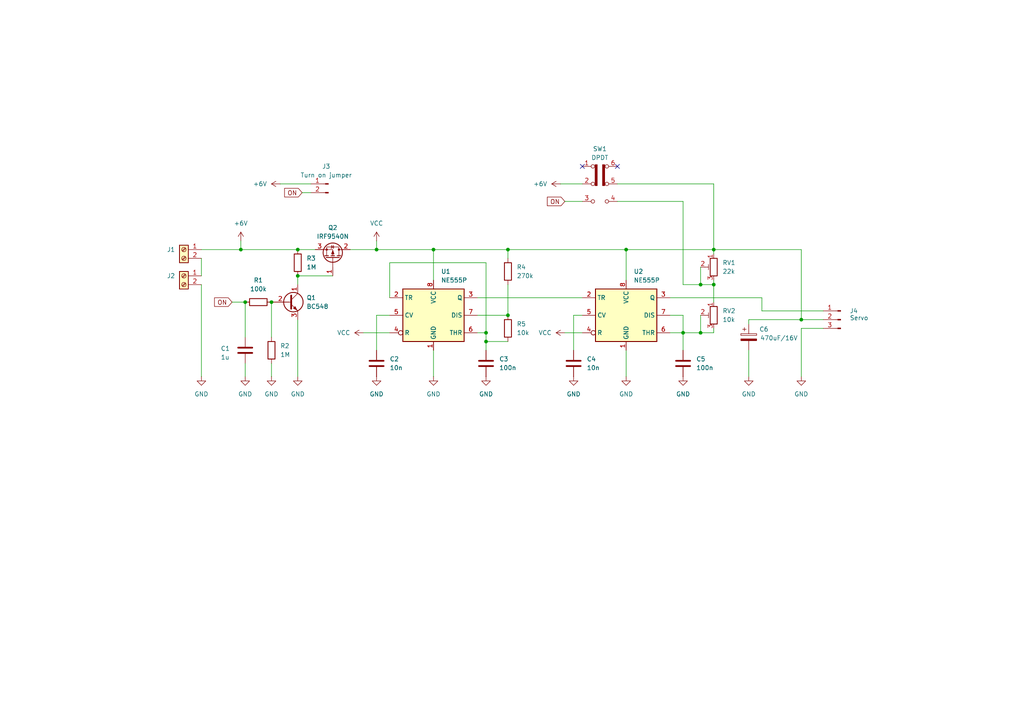
<source format=kicad_sch>
(kicad_sch (version 20231120) (generator "eeschema") (generator_version "8.0")
  (paper "A4")
  (title_block (title "NE555 useless box") (date "2024-12-30") (rev "1") (company "www.elektrokrouzek.cz"))
  (lib_symbols
    (symbol "Connector:Conn_01x02_Pin" (pin_names (offset 1.016) hide)
      (property "Reference" "J" (at 0 2.54 0))
      (property "Value" "Conn_01x02_Pin" (at 0 -5.08 0))
      (symbol "Conn_01x02_Pin_1_1"
        (polyline (pts (xy 1.27 -2.54) (xy 0.8636 -2.54)) (stroke (width 0.1524)))
        (polyline (pts (xy 1.27 0) (xy 0.8636 0)) (stroke (width 0.1524)))
        (rectangle (start 0.8636 -2.413) (end 0 -2.667) (stroke (width 0.1524)) (fill (type outline)))
        (rectangle (start 0.8636 0.127) (end 0 -0.127) (stroke (width 0.1524)) (fill (type outline)))
        (pin passive line (at 5.08 0 180) (length 3.81) (name "Pin_1") (number "1"))
        (pin passive line (at 5.08 -2.54 180) (length 3.81) (name "Pin_2") (number "2"))
      )
    )
    (symbol "Connector:Conn_01x03_Pin" (pin_names (offset 1.016) hide)
      (property "Reference" "J" (at 0 5.08 0))
      (property "Value" "Conn_01x03_Pin" (at 0 -5.08 0))
      (symbol "Conn_01x03_Pin_1_1"
        (polyline (pts (xy 1.27 -2.54) (xy 0.8636 -2.54)) (stroke (width 0.1524)))
        (polyline (pts (xy 1.27 0) (xy 0.8636 0)) (stroke (width 0.1524)))
        (polyline (pts (xy 1.27 2.54) (xy 0.8636 2.54)) (stroke (width 0.1524)))
        (rectangle (start 0.8636 -2.413) (end 0 -2.667) (stroke (width 0.1524)) (fill (type outline)))
        (rectangle (start 0.8636 0.127) (end 0 -0.127) (stroke (width 0.1524)) (fill (type outline)))
        (rectangle (start 0.8636 2.667) (end 0 2.413) (stroke (width 0.1524)) (fill (type outline)))
        (pin passive line (at 5.08 2.54 180) (length 3.81) (name "Pin_1") (number "1"))
        (pin passive line (at 5.08 0 180) (length 3.81) (name "Pin_2") (number "2"))
        (pin passive line (at 5.08 -2.54 180) (length 3.81) (name "Pin_3") (number "3"))
      )
    )
    (symbol "Connector:Screw_Terminal_01x02" (pin_names (offset 1.016) hide)
      (property "Reference" "J" (at 0 2.54 0))
      (property "Value" "Screw_Terminal_01x02" (at 0 -5.08 0))
      (symbol "Screw_Terminal_01x02_1_1"
        (rectangle (start -1.27 1.27) (end 1.27 -3.81) (stroke (width 0.254)) (fill (type background)))
        (circle (center 0 -2.54) (radius 0.635) (stroke (width 0.1524)))
        (polyline (pts (xy -0.5334 -2.2098) (xy 0.3302 -3.048)) (stroke (width 0.1524)))
        (polyline (pts (xy -0.5334 0.3302) (xy 0.3302 -0.508)) (stroke (width 0.1524)))
        (polyline (pts (xy -0.3556 -2.032) (xy 0.508 -2.8702)) (stroke (width 0.1524)))
        (polyline (pts (xy -0.3556 0.508) (xy 0.508 -0.3302)) (stroke (width 0.1524)))
        (circle (center 0 0) (radius 0.635) (stroke (width 0.1524)))
        (pin passive line (at -5.08 0 0) (length 3.81) (name "Pin_1") (number "1"))
        (pin passive line (at -5.08 -2.54 0) (length 3.81) (name "Pin_2") (number "2"))
      )
    )
    (symbol "Device:C" (pin_numbers hide) (pin_names (offset 0.254))
      (property "Reference" "C" (at 0.635 2.54 0))
      (property "Value" "C" (at 0.635 -2.54 0))
      (symbol "C_0_1"
        (polyline (pts (xy -2.032 -0.762) (xy 2.032 -0.762)) (stroke (width 0.508)))
        (polyline (pts (xy -2.032 0.762) (xy 2.032 0.762)) (stroke (width 0.508)))
      )
      (symbol "C_1_1"
        (pin passive line (at 0 3.81 270) (length 2.794) (name "~") (number "1"))
        (pin passive line (at 0 -3.81 90) (length 2.794) (name "~") (number "2"))
      )
    )
    (symbol "Device:C_Polarized" (pin_numbers hide) (pin_names (offset 0.254))
      (property "Reference" "C" (at 0.635 2.54 0))
      (property "Value" "C_Polarized" (at 0.635 -2.54 0))
      (symbol "C_Polarized_0_1"
        (rectangle (start -2.286 0.508) (end 2.286 1.016))
        (polyline (pts (xy -1.778 2.286) (xy -0.762 2.286)))
        (polyline (pts (xy -1.27 2.794) (xy -1.27 1.778)))
        (rectangle (start 2.286 -0.508) (end -2.286 -1.016) (fill (type outline)))
      )
      (symbol "C_Polarized_1_1"
        (pin passive line (at 0 3.81 270) (length 2.794) (name "~") (number "1"))
        (pin passive line (at 0 -3.81 90) (length 2.794) (name "~") (number "2"))
      )
    )
    (symbol "Device:R" (pin_numbers hide) (pin_names (offset 0))
      (property "Reference" "R" (at 2.032 0 90))
      (property "Value" "R" (at 0 0 90))
      (symbol "R_0_1"
        (rectangle (start -1.016 -2.54) (end 1.016 2.54) (stroke (width 0.254)))
      )
      (symbol "R_1_1"
        (pin passive line (at 0 3.81 270) (length 1.27) (name "~") (number "1"))
        (pin passive line (at 0 -3.81 90) (length 1.27) (name "~") (number "2"))
      )
    )
    (symbol "Device:R_Potentiometer_Trim" (pin_names (offset 1.016) hide)
      (property "Reference" "RV" (at -4.445 0 90))
      (property "Value" "R_Potentiometer_Trim" (at -2.54 0 90))
      (symbol "R_Potentiometer_Trim_0_1"
        (polyline (pts (xy 1.524 0.762) (xy 1.524 -0.762)))
        (polyline (pts (xy 2.54 0) (xy 1.524 0)))
        (rectangle (start 1.016 2.54) (end -1.016 -2.54) (stroke (width 0.254)))
      )
      (symbol "R_Potentiometer_Trim_1_1"
        (pin passive line (at 0 3.81 270) (length 1.27) (name "1") (number "1"))
        (pin passive line (at 3.81 0 180) (length 1.27) (name "2") (number "2"))
        (pin passive line (at 0 -3.81 90) (length 1.27) (name "3") (number "3"))
      )
    )
    (symbol "Switch:SW_Slide_DPDT" (pin_names (offset 0) hide)
      (property "Reference" "SW" (at 0 6.858 0))
      (property "Value" "SW_Slide_DPDT" (at 0 -8.128 0))
      (symbol "SW_Slide_DPDT_0_0"
        (circle (center -2.032 -5.08) (radius 0.508))
        (circle (center -2.032 5.08) (radius 0.508))
        (circle (center 2.032 -5.08) (radius 0.508))
        (circle (center 2.032 0) (radius 0.508))
      )
      (symbol "SW_Slide_DPDT_0_1"
        (circle (center -2.032 0) (radius 0.508))
        (circle (center 2.032 5.08) (radius 0.508))
      )
      (symbol "SW_Slide_DPDT_1_1"
        (rectangle (start -1.397 5.588) (end -0.762 -0.508) (fill (type outline)))
        (rectangle (start 0.762 5.588) (end 1.397 -0.508) (fill (type outline)))
        (pin passive line (at -5.08 5.08 0) (length 2.54) (name "A") (number "1"))
        (pin passive line (at -5.08 0 0) (length 2.54) (name "B") (number "2"))
        (pin passive line (at -5.08 -5.08 0) (length 2.54) (name "C") (number "3"))
        (pin passive line (at 5.08 -5.08 180) (length 2.54) (name "A") (number "4"))
        (pin passive line (at 5.08 0 180) (length 2.54) (name "B") (number "5"))
        (pin passive line (at 5.08 5.08 180) (length 2.54) (name "C") (number "6"))
      )
    )
    (symbol "Timer:NE555P"
      (property "Reference" "U" (at -10.16 8.89 0))
      (property "Value" "NE555P" (at 2.54 8.89 0))
      (symbol "NE555P_0_0"
        (pin power_in line (at 0 -10.16 90) (length 2.54) (name "GND") (number "1"))
        (pin power_in line (at 0 10.16 270) (length 2.54) (name "VCC") (number "8"))
      )
      (symbol "NE555P_0_1"
        (rectangle (start -8.89 -7.62) (end 8.89 7.62) (stroke (width 0.254)) (fill (type background)))
        (rectangle (start -8.89 -7.62) (end 8.89 7.62) (stroke (width 0.254)) (fill (type background)))
      )
      (symbol "NE555P_1_1"
        (pin input line (at -12.7 5.08 0) (length 3.81) (name "TR") (number "2"))
        (pin output line (at 12.7 5.08 180) (length 3.81) (name "Q") (number "3"))
        (pin input inverted (at -12.7 -5.08 0) (length 3.81) (name "R") (number "4"))
        (pin input line (at -12.7 0 0) (length 3.81) (name "CV") (number "5"))
        (pin input line (at 12.7 -5.08 180) (length 3.81) (name "THR") (number "6"))
        (pin input line (at 12.7 0 180) (length 3.81) (name "DIS") (number "7"))
      )
    )
    (symbol "Transistor_BJT:BC548" (pin_names (offset 0) hide)
      (property "Reference" "Q" (at 5.08 1.905 0))
      (property "Value" "BC548" (at 5.08 0 0))
      (symbol "BC548_0_1"
        (polyline (pts (xy 0 0) (xy 0.635 0)))
        (polyline (pts (xy 0.635 0.635) (xy 2.54 2.54)))
        (polyline (pts (xy 0.635 -0.635) (xy 2.54 -2.54) (xy 2.54 -2.54)))
        (polyline (pts (xy 0.635 1.905) (xy 0.635 -1.905) (xy 0.635 -1.905)) (stroke (width 0.508)))
        (polyline (pts (xy 1.27 -1.778) (xy 1.778 -1.27) (xy 2.286 -2.286) (xy 1.27 -1.778) (xy 1.27 -1.778)) (fill (type outline)))
        (circle (center 1.27 0) (radius 2.8194) (stroke (width 0.254)))
      )
      (symbol "BC548_1_1"
        (pin passive line (at 2.54 5.08 270) (length 2.54) (name "C") (number "1"))
        (pin input line (at -5.08 0 0) (length 5.08) (name "B") (number "2"))
        (pin passive line (at 2.54 -5.08 90) (length 2.54) (name "E") (number "3"))
      )
    )
    (symbol "Transistor_FET:IRF9540N" (pin_names hide)
      (property "Reference" "Q" (at 5.08 1.905 0))
      (property "Value" "IRF9540N" (at 5.08 0 0))
      (symbol "IRF9540N_0_1"
        (polyline (pts (xy 0.254 0) (xy -2.54 0)))
        (polyline (pts (xy 0.254 1.905) (xy 0.254 -1.905)) (stroke (width 0.254)))
        (polyline (pts (xy 0.762 -1.27) (xy 0.762 -2.286)) (stroke (width 0.254)))
        (polyline (pts (xy 0.762 0.508) (xy 0.762 -0.508)) (stroke (width 0.254)))
        (polyline (pts (xy 0.762 2.286) (xy 0.762 1.27)) (stroke (width 0.254)))
        (polyline (pts (xy 2.54 2.54) (xy 2.54 1.778)))
        (polyline (pts (xy 2.54 -2.54) (xy 2.54 0) (xy 0.762 0)))
        (polyline (pts (xy 0.762 1.778) (xy 3.302 1.778) (xy 3.302 -1.778) (xy 0.762 -1.778)))
        (polyline (pts (xy 2.286 0) (xy 1.27 0.381) (xy 1.27 -0.381) (xy 2.286 0)) (fill (type outline)))
        (polyline (pts (xy 2.794 -0.508) (xy 2.921 -0.381) (xy 3.683 -0.381) (xy 3.81 -0.254)))
        (polyline (pts (xy 3.302 -0.381) (xy 2.921 0.254) (xy 3.683 0.254) (xy 3.302 -0.381)))
        (circle (center 1.651 0) (radius 2.794) (stroke (width 0.254)))
        (circle (center 2.54 -1.778) (radius 0.254) (fill (type outline)))
        (circle (center 2.54 1.778) (radius 0.254) (fill (type outline)))
      )
      (symbol "IRF9540N_1_1"
        (pin input line (at -5.08 0 0) (length 2.54) (name "G") (number "1"))
        (pin passive line (at 2.54 5.08 270) (length 2.54) (name "D") (number "2"))
        (pin passive line (at 2.54 -5.08 90) (length 2.54) (name "S") (number "3"))
      )
    )
    (symbol "power:+6V" (power) (pin_numbers hide) (pin_names (offset 0) hide)
      (property "Value" "+6V" (at 0 3.556 0))
      (symbol "+6V_0_1"
        (polyline (pts (xy -0.762 1.27) (xy 0 2.54)))
        (polyline (pts (xy 0 0) (xy 0 2.54)))
        (polyline (pts (xy 0 2.54) (xy 0.762 1.27)))
      )
      (symbol "+6V_1_1"
        (pin power_in line (at 0 0 90) (length 0) (name "~") (number "1"))
      )
    )
    (symbol "power:GND" (power) (pin_numbers hide) (pin_names (offset 0) hide)
      (property "Value" "GND" (at 0 -3.81 0))
      (symbol "GND_0_1"
        (polyline (pts (xy 0 0) (xy 0 -1.27) (xy 1.27 -1.27) (xy 0 -2.54) (xy -1.27 -1.27) (xy 0 -1.27)))
      )
      (symbol "GND_1_1"
        (pin power_in line (at 0 0 270) (length 0) (name "~") (number "1"))
      )
    )
    (symbol "power:VCC" (power) (pin_numbers hide) (pin_names (offset 0) hide)
      (property "Value" "VCC" (at 0 3.556 0))
      (symbol "VCC_0_1"
        (polyline (pts (xy -0.762 1.27) (xy 0 2.54)))
        (polyline (pts (xy 0 0) (xy 0 2.54)))
        (polyline (pts (xy 0 2.54) (xy 0.762 1.27)))
      )
      (symbol "VCC_1_1"
        (pin power_in line (at 0 0 90) (length 0) (name "~") (number "1"))
      )
    )
  )
  (junction (at 125.73 72.39))
  (junction (at 203.2 96.52))
  (junction (at 198.12 96.52))
  (junction (at 207.01 82.55))
  (junction (at 86.36 80.01))
  (junction (at 109.22 72.39))
  (junction (at 207.01 72.39))
  (junction (at 71.12 87.63))
  (junction (at 147.32 72.39))
  (junction (at 203.2 82.55))
  (junction (at 147.32 91.44))
  (junction (at 181.61 72.39))
  (junction (at 232.41 92.71))
  (junction (at 86.36 72.39))
  (junction (at 140.97 99.06))
  (junction (at 69.85 72.39))
  (junction (at 140.97 96.52))
  (junction (at 78.74 87.63))
  (no_connect (at 168.91 48.26))
  (no_connect (at 179.07 48.26))
  (wire (pts (xy 113.03 91.44) (xy 109.22 91.44)))
  (wire (pts (xy 220.98 90.17) (xy 220.98 86.36)))
  (wire (pts (xy 181.61 72.39) (xy 207.01 72.39)))
  (wire (pts (xy 78.74 87.63) (xy 78.74 97.79)))
  (wire (pts (xy 86.36 80.01) (xy 86.36 82.55)))
  (wire (pts (xy 147.32 82.55) (xy 147.32 91.44)))
  (wire (pts (xy 232.41 95.25) (xy 232.41 109.22)))
  (wire (pts (xy 207.01 95.25) (xy 207.01 96.52)))
  (wire (pts (xy 198.12 96.52) (xy 198.12 101.6)))
  (wire (pts (xy 58.42 82.55) (xy 58.42 109.22)))
  (wire (pts (xy 138.43 91.44) (xy 147.32 91.44)))
  (wire (pts (xy 140.97 96.52) (xy 138.43 96.52)))
  (wire (pts (xy 194.31 96.52) (xy 198.12 96.52)))
  (wire (pts (xy 113.03 86.36) (xy 113.03 76.2)))
  (wire (pts (xy 238.76 90.17) (xy 220.98 90.17)))
  (wire (pts (xy 105.41 96.52) (xy 113.03 96.52)))
  (wire (pts (xy 140.97 99.06) (xy 147.32 99.06)))
  (wire (pts (xy 86.36 80.01) (xy 96.52 80.01)))
  (wire (pts (xy 207.01 72.39) (xy 232.41 72.39)))
  (wire (pts (xy 198.12 91.44) (xy 198.12 96.52)))
  (wire (pts (xy 101.6 72.39) (xy 109.22 72.39)))
  (wire (pts (xy 220.98 86.36) (xy 194.31 86.36)))
  (wire (pts (xy 140.97 96.52) (xy 140.97 99.06)))
  (wire (pts (xy 125.73 101.6) (xy 125.73 109.22)))
  (wire (pts (xy 58.42 74.93) (xy 58.42 80.01)))
  (wire (pts (xy 147.32 74.93) (xy 147.32 72.39)))
  (wire (pts (xy 207.01 87.63) (xy 207.01 82.55)))
  (wire (pts (xy 109.22 91.44) (xy 109.22 101.6)))
  (wire (pts (xy 81.28 53.34) (xy 90.17 53.34)))
  (wire (pts (xy 194.31 91.44) (xy 198.12 91.44)))
  (wire (pts (xy 207.01 53.34) (xy 207.01 72.39)))
  (wire (pts (xy 203.2 96.52) (xy 207.01 96.52)))
  (wire (pts (xy 238.76 95.25) (xy 232.41 95.25)))
  (wire (pts (xy 181.61 72.39) (xy 147.32 72.39)))
  (wire (pts (xy 238.76 92.71) (xy 232.41 92.71)))
  (wire (pts (xy 162.56 53.34) (xy 168.91 53.34)))
  (wire (pts (xy 181.61 72.39) (xy 181.61 81.28)))
  (wire (pts (xy 232.41 92.71) (xy 232.41 72.39)))
  (wire (pts (xy 168.91 91.44) (xy 166.37 91.44)))
  (wire (pts (xy 69.85 69.85) (xy 69.85 72.39)))
  (wire (pts (xy 87.63 55.88) (xy 90.17 55.88)))
  (wire (pts (xy 198.12 82.55) (xy 203.2 82.55)))
  (wire (pts (xy 181.61 101.6) (xy 181.61 109.22)))
  (wire (pts (xy 138.43 86.36) (xy 168.91 86.36)))
  (wire (pts (xy 86.36 92.71) (xy 86.36 109.22)))
  (wire (pts (xy 78.74 105.41) (xy 78.74 109.22)))
  (wire (pts (xy 69.85 72.39) (xy 86.36 72.39)))
  (wire (pts (xy 125.73 72.39) (xy 125.73 81.28)))
  (wire (pts (xy 71.12 105.41) (xy 71.12 109.22)))
  (wire (pts (xy 113.03 76.2) (xy 140.97 76.2)))
  (wire (pts (xy 179.07 58.42) (xy 198.12 58.42)))
  (wire (pts (xy 109.22 72.39) (xy 125.73 72.39)))
  (wire (pts (xy 163.83 58.42) (xy 168.91 58.42)))
  (wire (pts (xy 203.2 82.55) (xy 207.01 82.55)))
  (wire (pts (xy 71.12 87.63) (xy 71.12 97.79)))
  (wire (pts (xy 217.17 101.6) (xy 217.17 109.22)))
  (wire (pts (xy 203.2 77.47) (xy 203.2 82.55)))
  (wire (pts (xy 203.2 91.44) (xy 203.2 96.52)))
  (wire (pts (xy 140.97 76.2) (xy 140.97 96.52)))
  (wire (pts (xy 198.12 96.52) (xy 203.2 96.52)))
  (wire (pts (xy 86.36 72.39) (xy 91.44 72.39)))
  (wire (pts (xy 217.17 93.98) (xy 217.17 92.71)))
  (wire (pts (xy 207.01 82.55) (xy 207.01 81.28)))
  (wire (pts (xy 163.83 96.52) (xy 168.91 96.52)))
  (wire (pts (xy 217.17 92.71) (xy 232.41 92.71)))
  (wire (pts (xy 58.42 72.39) (xy 69.85 72.39)))
  (wire (pts (xy 166.37 91.44) (xy 166.37 101.6)))
  (wire (pts (xy 179.07 53.34) (xy 207.01 53.34)))
  (wire (pts (xy 67.31 87.63) (xy 71.12 87.63)))
  (wire (pts (xy 198.12 58.42) (xy 198.12 82.55)))
  (wire (pts (xy 147.32 72.39) (xy 125.73 72.39)))
  (wire (pts (xy 109.22 72.39) (xy 109.22 69.85)))
  (wire (pts (xy 207.01 72.39) (xy 207.01 73.66)))
  (wire (pts (xy 140.97 99.06) (xy 140.97 101.6)))
  (global_label "ON" (shape input) (at 67.31 87.63 180) (property "Intersheetrefs" "${INTERSHEET_REFS}" (effects (hide yes))))
  (global_label "ON" (shape input) (at 87.63 55.88 180) (property "Intersheetrefs" "${INTERSHEET_REFS}" (effects (hide yes))))
  (global_label "ON" (shape input) (at 163.83 58.42 180) (property "Intersheetrefs" "${INTERSHEET_REFS}" (effects (hide yes))))
  (symbol (lib_id "power:GND") (at 232.41 109.22 0) (unit 1)
    (property "Reference" "#PWR018" (effects (hide yes)))
    (property "Value" "GND" (at 232.41 114.3 0))
    (property "Description" "Power symbol creates a global label with name \"GND\" , ground" (effects (hide yes)))
  )
  (symbol (lib_id "power:GND") (at 140.97 109.22 0) (unit 1)
    (property "Reference" "#PWR011" (effects (hide yes)))
    (property "Value" "GND" (at 140.97 114.3 0))
    (property "Description" "Power symbol creates a global label with name \"GND\" , ground" (effects (hide yes)))
  )
  (symbol (lib_id "Device:C") (at 140.97 105.41 0) (unit 1)
    (property "Reference" "C3" (at 144.78 104.1399 0) (effects (justify left)))
    (property "Value" "100n" (at 144.78 106.6799 0) (effects (justify left)))
    (property "Footprint" "Capacitor_THT:C_Disc_D4.3mm_W1.9mm_P5.00mm" (effects (hide yes)))
    (property "Description" "Unpolarized capacitor" (effects (hide yes)))
  )
  (symbol (lib_id "Device:C") (at 166.37 105.41 0) (unit 1)
    (property "Reference" "C4" (at 170.18 104.1399 0) (effects (justify left)))
    (property "Value" "10n" (at 170.18 106.6799 0) (effects (justify left)))
    (property "Footprint" "Capacitor_THT:C_Disc_D4.3mm_W1.9mm_P5.00mm" (effects (hide yes)))
    (property "Description" "Unpolarized capacitor" (effects (hide yes)))
  )
  (symbol (lib_id "Device:R_Potentiometer_Trim") (at 207.01 91.44 0) (mirror y) (unit 1)
    (property "Reference" "RV2" (at 209.55 90.1699 0) (effects (justify right)))
    (property "Value" "10k" (at 209.55 92.7099 0) (effects (justify right)))
    (property "Footprint" "Potentiometer_THT:Potentiometer_Runtron_RM-065_Vertical" (effects (hide yes)))
    (property "Description" "Trim-potentiometer" (effects (hide yes)))
  )
  (symbol (lib_id "Device:C") (at 109.22 105.41 0) (unit 1)
    (property "Reference" "C2" (at 113.03 104.1399 0) (effects (justify left)))
    (property "Value" "10n" (at 113.03 106.6799 0) (effects (justify left)))
    (property "Footprint" "Capacitor_THT:C_Disc_D4.3mm_W1.9mm_P5.00mm" (effects (hide yes)))
    (property "Description" "Unpolarized capacitor" (effects (hide yes)))
  )
  (symbol (lib_id "Connector:Screw_Terminal_01x02") (at 53.34 72.39 0) (mirror y) (unit 1)
    (property "Reference" "J1" (at 50.8 72.3899 0) (effects (justify left)))
    (property "Value" "Screw_Terminal_01x02" (effects (hide yes)))
    (property "Footprint" "TerminalBlock_RND:TerminalBlock_RND_205-00001_1x02_P5.00mm_Horizontal" (effects (hide yes)))
    (property "Description" "Generic screw terminal, single row, 01x02, script generated (kicad-library-utils/schlib/autogen/connector/)" (effects (hide yes)))
  )
  (symbol (lib_id "Device:R") (at 147.32 78.74 0) (unit 1)
    (property "Reference" "R4" (at 149.86 77.4699 0) (effects (justify left)))
    (property "Value" "270k" (at 149.86 80.0099 0) (effects (justify left)))
    (property "Footprint" "Resistor_THT:R_Axial_DIN0207_L6.3mm_D2.5mm_P7.62mm_Horizontal" (effects (hide yes)))
    (property "Description" "Resistor" (effects (hide yes)))
  )
  (symbol (lib_id "power:VCC") (at 163.83 96.52 90) (unit 1)
    (property "Reference" "#PWR013" (effects (hide yes)))
    (property "Value" "VCC" (at 160.02 96.5199 90) (effects (justify left)))
    (property "Description" "Power symbol creates a global label with name \"VCC\"" (effects (hide yes)))
  )
  (symbol (lib_id "power:+6V") (at 69.85 69.85 0) (unit 1)
    (property "Reference" "#PWR02" (effects (hide yes)))
    (property "Value" "+6V" (at 69.85 64.77 0))
    (property "Description" "Power symbol creates a global label with name \"+6V\"" (effects (hide yes)))
  )
  (symbol (lib_id "power:VCC") (at 105.41 96.52 90) (unit 1)
    (property "Reference" "#PWR07" (effects (hide yes)))
    (property "Value" "VCC" (at 101.6 96.5199 90) (effects (justify left)))
    (property "Description" "Power symbol creates a global label with name \"VCC\"" (effects (hide yes)))
  )
  (symbol (lib_id "power:GND") (at 71.12 109.22 0) (unit 1)
    (property "Reference" "#PWR03" (effects (hide yes)))
    (property "Value" "GND" (at 71.12 114.3 0))
    (property "Description" "Power symbol creates a global label with name \"GND\" , ground" (effects (hide yes)))
  )
  (symbol (lib_id "power:GND") (at 217.17 109.22 0) (unit 1)
    (property "Reference" "#PWR017" (effects (hide yes)))
    (property "Value" "GND" (at 217.17 114.3 0))
    (property "Description" "Power symbol creates a global label with name \"GND\" , ground" (effects (hide yes)))
  )
  (symbol (lib_id "Switch:SW_Slide_DPDT") (at 173.99 53.34 0) (unit 1)
    (property "Reference" "SW1" (at 173.99 43.18 0))
    (property "Value" "DPDT" (at 173.99 45.72 0))
    (property "Footprint" "Button_Switch_THT:SW_CK_JS202011CQN_DPDT_Straight" (effects (hide yes)))
    (property "Description" "Slide Switch, dual pole double throw" (effects (hide yes)))
  )
  (symbol (lib_id "Device:R_Potentiometer_Trim") (at 207.01 77.47 0) (mirror y) (unit 1)
    (property "Reference" "RV1" (at 209.55 76.1999 0) (effects (justify right)))
    (property "Value" "22k" (at 209.55 78.7399 0) (effects (justify right)))
    (property "Footprint" "Potentiometer_THT:Potentiometer_Runtron_RM-065_Vertical" (effects (hide yes)))
    (property "Description" "Trim-potentiometer" (effects (hide yes)))
  )
  (symbol (lib_id "power:GND") (at 125.73 109.22 0) (unit 1)
    (property "Reference" "#PWR010" (effects (hide yes)))
    (property "Value" "GND" (at 125.73 114.3 0))
    (property "Description" "Power symbol creates a global label with name \"GND\" , ground" (effects (hide yes)))
  )
  (symbol (lib_id "power:GND") (at 58.42 109.22 0) (unit 1)
    (property "Reference" "#PWR01" (effects (hide yes)))
    (property "Value" "GND" (at 58.42 114.3 0))
    (property "Description" "Power symbol creates a global label with name \"GND\" , ground" (effects (hide yes)))
  )
  (symbol (lib_id "Device:R") (at 86.36 76.2 0) (unit 1)
    (property "Reference" "R3" (at 88.9 74.9299 0) (effects (justify left)))
    (property "Value" "1M" (at 88.9 77.4699 0) (effects (justify left)))
    (property "Footprint" "Resistor_THT:R_Axial_DIN0207_L6.3mm_D2.5mm_P7.62mm_Horizontal" (effects (hide yes)))
    (property "Description" "Resistor" (effects (hide yes)))
  )
  (symbol (lib_id "Device:R") (at 78.74 101.6 0) (unit 1)
    (property "Reference" "R2" (at 81.28 100.3299 0) (effects (justify left)))
    (property "Value" "1M" (at 81.28 102.8699 0) (effects (justify left)))
    (property "Footprint" "Resistor_THT:R_Axial_DIN0207_L6.3mm_D2.5mm_P7.62mm_Horizontal" (effects (hide yes)))
    (property "Description" "Resistor" (effects (hide yes)))
  )
  (symbol (lib_id "power:+6V") (at 162.56 53.34 90) (unit 1)
    (property "Reference" "#PWR012" (effects (hide yes)))
    (property "Value" "+6V" (at 158.75 53.3399 90) (effects (justify left)))
    (property "Description" "Power symbol creates a global label with name \"+6V\"" (effects (hide yes)))
  )
  (symbol (lib_id "power:+6V") (at 81.28 53.34 90) (unit 1)
    (property "Reference" "#PWR05" (effects (hide yes)))
    (property "Value" "+6V" (at 77.47 53.3399 90) (effects (justify left)))
    (property "Description" "Power symbol creates a global label with name \"+6V\"" (effects (hide yes)))
  )
  (symbol (lib_id "Timer:NE555P") (at 181.61 91.44 0) (unit 1)
    (property "Reference" "U2" (at 183.8041 78.74 0) (effects (justify left)))
    (property "Value" "NE555P" (at 183.8041 81.28 0) (effects (justify left)))
    (property "Footprint" "Package_DIP:DIP-8_W7.62mm" (effects (hide yes)))
    (property "Datasheet" "http://www.ti.com/lit/ds/symlink/ne555.pdf" (effects (hide yes)))
    (property "Description" "Precision Timers, 555 compatible,  PDIP-8" (effects (hide yes)))
  )
  (symbol (lib_id "Device:C") (at 198.12 105.41 0) (unit 1)
    (property "Reference" "C5" (at 201.93 104.1399 0) (effects (justify left)))
    (property "Value" "100n" (at 201.93 106.6799 0) (effects (justify left)))
    (property "Footprint" "Capacitor_THT:C_Disc_D4.3mm_W1.9mm_P5.00mm" (effects (hide yes)))
    (property "Description" "Unpolarized capacitor" (effects (hide yes)))
  )
  (symbol (lib_id "power:GND") (at 166.37 109.22 0) (unit 1)
    (property "Reference" "#PWR014" (effects (hide yes)))
    (property "Value" "GND" (at 166.37 114.3 0))
    (property "Description" "Power symbol creates a global label with name \"GND\" , ground" (effects (hide yes)))
  )
  (symbol (lib_id "Timer:NE555P") (at 125.73 91.44 0) (unit 1)
    (property "Reference" "U1" (at 127.9241 78.74 0) (effects (justify left)))
    (property "Value" "NE555P" (at 127.9241 81.28 0) (effects (justify left)))
    (property "Footprint" "Package_DIP:DIP-8_W7.62mm" (effects (hide yes)))
    (property "Datasheet" "http://www.ti.com/lit/ds/symlink/ne555.pdf" (effects (hide yes)))
    (property "Description" "Precision Timers, 555 compatible,  PDIP-8" (effects (hide yes)))
  )
  (symbol (lib_id "Device:C") (at 71.12 101.6 180) (unit 1)
    (property "Reference" "C1" (at 64.008 101.092 0) (effects (justify right)))
    (property "Value" "1u" (at 64.008 103.632 0) (effects (justify right)))
    (property "Footprint" "Capacitor_THT:C_Disc_D4.3mm_W1.9mm_P5.00mm" (effects (hide yes)))
    (property "Description" "Unpolarized capacitor" (effects (hide yes)))
  )
  (symbol (lib_id "Device:R") (at 147.32 95.25 0) (unit 1)
    (property "Reference" "R5" (at 149.86 93.9799 0) (effects (justify left)))
    (property "Value" "10k" (at 149.86 96.5199 0) (effects (justify left)))
    (property "Footprint" "Resistor_THT:R_Axial_DIN0207_L6.3mm_D2.5mm_P7.62mm_Horizontal" (effects (hide yes)))
    (property "Description" "Resistor" (effects (hide yes)))
  )
  (symbol (lib_id "Device:C_Polarized") (at 217.17 97.79 0) (unit 1)
    (property "Reference" "C6" (at 220.218 95.504 0) (effects (justify left)))
    (property "Value" "470uF/16V" (at 220.472 98.044 0) (effects (justify left)))
    (property "Footprint" "Capacitor_THT:CP_Radial_D8.0mm_P3.50mm" (effects (hide yes)))
    (property "Description" "Polarized capacitor" (effects (hide yes)))
  )
  (symbol (lib_id "Connector:Conn_01x03_Pin") (at 243.84 92.71 0) (mirror y) (unit 1)
    (property "Reference" "J4" (at 247.65 90.17 0))
    (property "Value" "Servo" (at 249.174 92.202 0))
    (property "Footprint" "Connector_PinHeader_2.54mm:PinHeader_1x03_P2.54mm_Vertical" (effects (hide yes)))
    (property "Description" "Generic connector, single row, 01x03, script generated" (effects (hide yes)))
  )
  (symbol (lib_id "power:GND") (at 78.74 109.22 0) (unit 1)
    (property "Reference" "#PWR04" (effects (hide yes)))
    (property "Value" "GND" (at 78.74 114.3 0))
    (property "Description" "Power symbol creates a global label with name \"GND\" , ground" (effects (hide yes)))
  )
  (symbol (lib_id "Transistor_BJT:BC548") (at 83.82 87.63 0) (unit 1)
    (property "Reference" "Q1" (at 88.9 86.3599 0) (effects (justify left)))
    (property "Value" "BC548" (at 88.9 88.8999 0) (effects (justify left)))
    (property "Footprint" "Package_TO_SOT_THT:TO-92_Inline" (effects (hide yes)))
    (property "Datasheet" "https://www.onsemi.com/pub/Collateral/BC550-D.pdf" (effects (hide yes)))
    (property "Description" "0.1A Ic, 30V Vce, Small Signal NPN Transistor, TO-92" (effects (hide yes)))
  )
  (symbol (lib_id "Transistor_FET:IRF9540N") (at 96.52 74.93 270) (mirror x) (unit 1)
    (property "Reference" "Q2" (at 96.52 66.04 90))
    (property "Value" "IRF9540N" (at 96.52 68.58 90))
    (property "Footprint" "Package_TO_SOT_THT:TO-220-3_Vertical" (effects (hide yes)))
    (property "Datasheet" "http://www.irf.com/product-info/datasheets/data/irf9540n.pdf" (effects (hide yes)))
    (property "Description" "-23A Id, -100V Vds, 117mOhm Rds, P-Channel HEXFET Power MOSFET, TO-220" (effects (hide yes)))
  )
  (symbol (lib_id "Device:R") (at 74.93 87.63 90) (unit 1)
    (property "Reference" "R1" (at 74.93 81.28 90))
    (property "Value" "100k" (at 74.93 83.82 90))
    (property "Footprint" "Resistor_THT:R_Axial_DIN0207_L6.3mm_D2.5mm_P7.62mm_Horizontal" (effects (hide yes)))
    (property "Description" "Resistor" (effects (hide yes)))
  )
  (symbol (lib_id "Connector:Conn_01x02_Pin") (at 95.25 53.34 0) (mirror y) (unit 1)
    (property "Reference" "J3" (at 94.615 48.26 0))
    (property "Value" "Turn on jumper" (at 94.615 50.8 0))
    (property "Footprint" "Connector_PinHeader_2.54mm:PinHeader_1x02_P2.54mm_Vertical" (effects (hide yes)))
    (property "Description" "Generic connector, single row, 01x02, script generated" (effects (hide yes)))
  )
  (symbol (lib_id "power:GND") (at 181.61 109.22 0) (unit 1)
    (property "Reference" "#PWR015" (effects (hide yes)))
    (property "Value" "GND" (at 181.61 114.3 0))
    (property "Description" "Power symbol creates a global label with name \"GND\" , ground" (effects (hide yes)))
  )
  (symbol (lib_id "power:GND") (at 198.12 109.22 0) (unit 1)
    (property "Reference" "#PWR016" (effects (hide yes)))
    (property "Value" "GND" (at 198.12 114.3 0))
    (property "Description" "Power symbol creates a global label with name \"GND\" , ground" (effects (hide yes)))
  )
  (symbol (lib_id "Connector:Screw_Terminal_01x02") (at 53.34 80.01 0) (mirror y) (unit 1)
    (property "Reference" "J2" (at 50.8 80.0099 0) (effects (justify left)))
    (property "Value" "Screw_Terminal_01x02" (effects (hide yes)))
    (property "Footprint" "TerminalBlock_RND:TerminalBlock_RND_205-00001_1x02_P5.00mm_Horizontal" (effects (hide yes)))
    (property "Description" "Generic screw terminal, single row, 01x02, script generated (kicad-library-utils/schlib/autogen/connector/)" (effects (hide yes)))
  )
  (symbol (lib_id "power:GND") (at 109.22 109.22 0) (unit 1)
    (property "Reference" "#PWR09" (effects (hide yes)))
    (property "Value" "GND" (at 109.22 114.3 0))
    (property "Description" "Power symbol creates a global label with name \"GND\" , ground" (effects (hide yes)))
  )
  (symbol (lib_id "power:VCC") (at 109.22 69.85 0) (unit 1)
    (property "Reference" "#PWR08" (effects (hide yes)))
    (property "Value" "VCC" (at 109.22 64.77 0))
    (property "Description" "Power symbol creates a global label with name \"VCC\"" (effects (hide yes)))
  )
  (symbol (lib_id "power:GND") (at 86.36 109.22 0) (unit 1)
    (property "Reference" "#PWR06" (effects (hide yes)))
    (property "Value" "GND" (at 86.36 114.3 0))
    (property "Description" "Power symbol creates a global label with name \"GND\" , ground" (effects (hide yes)))
  )
)
</source>
